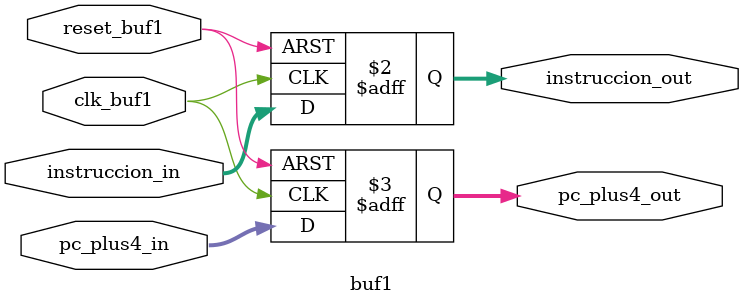
<source format=v>
`timescale 1ns/1ns
module buf1(
    input clk_buf1,
    input reset_buf1,

    input  [31:0] instruccion_in,
    input  [31:0] pc_plus4_in,

    output reg [31:0] instruccion_out,
    output reg [31:0] pc_plus4_out
);

always @(posedge clk_buf1 or posedge reset_buf1) begin
    if (reset_buf1) begin
        instruccion_out <= 32'b0;
        pc_plus4_out    <= 32'b0;
    end
    else begin
        instruccion_out <= instruccion_in;
        pc_plus4_out    <= pc_plus4_in;
    end
end

endmodule


</source>
